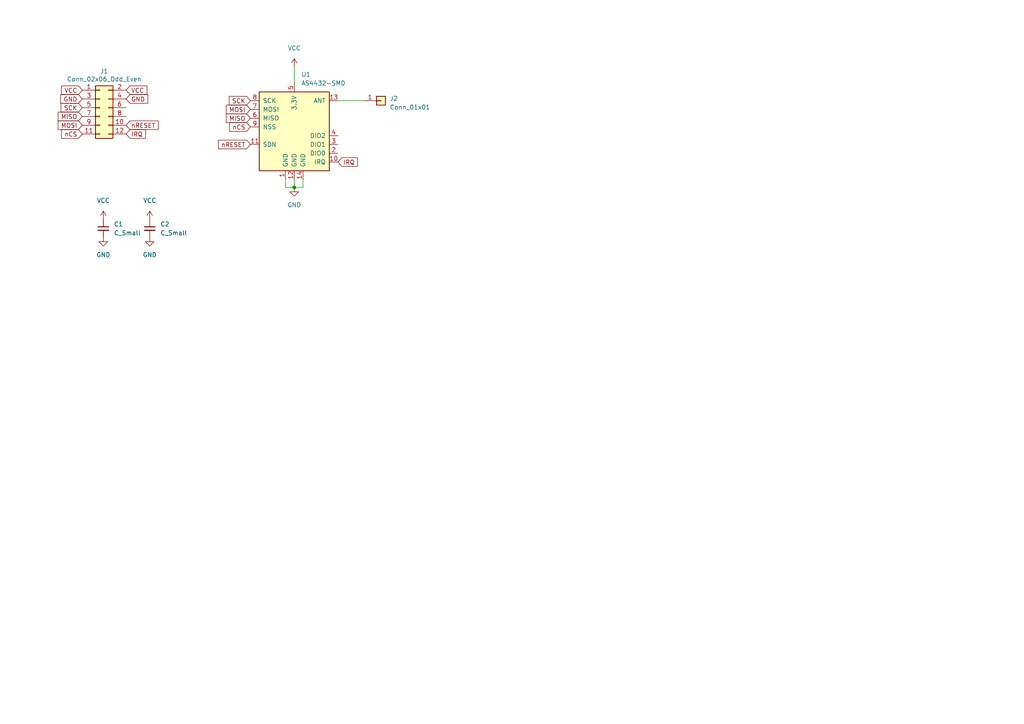
<source format=kicad_sch>
(kicad_sch (version 20230121) (generator eeschema)
  (paper "A4")
  (lib_symbols
    (symbol "AvS_Modules:AS4432-SMD" (pin_names (offset 1.016))
      (property "Reference" "U" (at -10.414 11.684 0))
      (property "Value" "AS4432-SMD" (at 1.524 11.43 0))
      (symbol "AS4432-SMD_0_1"
        (rectangle (start -10.16 10.16) (end 10.16 -12.7) (stroke (width 0.254)) (fill (type background)))
      )
      (symbol "AS4432-SMD_1_1"
        (pin power_in line (at -2.54 -15.24 90) (length 2.54) (name "GND") (number "1"))
        (pin input line (at 12.7 -10.16 180) (length 2.54) (name "IRQ") (number "10"))
        (pin bidirectional line (at -12.7 -5.08 0) (length 2.54) (name "SDN") (number "11"))
        (pin power_in line (at 0 -15.24 90) (length 2.54) (name "GND") (number "12"))
        (pin bidirectional line (at 12.7 7.62 180) (length 2.54) (name "ANT") (number "13"))
        (pin power_in line (at 2.54 -15.24 90) (length 2.54) (name "GND") (number "14"))
        (pin bidirectional line (at 12.7 -7.62 180) (length 2.54) (name "DIO0") (number "2"))
        (pin bidirectional line (at 12.7 -5.08 180) (length 2.54) (name "DIO1") (number "3"))
        (pin bidirectional line (at 12.7 -2.54 180) (length 2.54) (name "DIO2") (number "4"))
        (pin power_in line (at 0 12.7 270) (length 2.54) (name "3.3V") (number "5"))
        (pin output line (at -12.7 2.54 0) (length 2.54) (name "MISO") (number "6"))
        (pin input line (at -12.7 5.08 0) (length 2.54) (name "MOSI") (number "7"))
        (pin input line (at -12.7 7.62 0) (length 2.54) (name "SCK") (number "8"))
        (pin input line (at -12.7 0 0) (length 2.54) (name "NSS") (number "9"))
      )
    )
    (symbol "Connector_Generic:Conn_01x01" (pin_names (offset 1.016) hide)
      (property "Reference" "J" (at 0 2.54 0))
      (property "Value" "Conn_01x01" (at 0 -2.54 0))
      (symbol "Conn_01x01_1_1"
        (rectangle (start -1.27 0.127) (end 0 -0.127) (stroke (width 0.1524)))
        (rectangle (start -1.27 1.27) (end 1.27 -1.27) (stroke (width 0.254)) (fill (type background)))
        (pin passive line (at -5.08 0 0) (length 3.81) (name "Pin_1") (number "1"))
      )
    )
    (symbol "Connector_Generic:Conn_02x06_Odd_Even" (pin_names (offset 1.016) hide)
      (property "Reference" "J" (at 1.27 7.62 0))
      (property "Value" "Conn_02x06_Odd_Even" (at 1.27 -10.16 0))
      (symbol "Conn_02x06_Odd_Even_1_1"
        (rectangle (start -1.27 -7.493) (end 0 -7.747) (stroke (width 0.1524)))
        (rectangle (start -1.27 -4.953) (end 0 -5.207) (stroke (width 0.1524)))
        (rectangle (start -1.27 -2.413) (end 0 -2.667) (stroke (width 0.1524)))
        (rectangle (start -1.27 0.127) (end 0 -0.127) (stroke (width 0.1524)))
        (rectangle (start -1.27 2.667) (end 0 2.413) (stroke (width 0.1524)))
        (rectangle (start -1.27 5.207) (end 0 4.953) (stroke (width 0.1524)))
        (rectangle (start -1.27 6.35) (end 3.81 -8.89) (stroke (width 0.254)) (fill (type background)))
        (rectangle (start 3.81 -7.493) (end 2.54 -7.747) (stroke (width 0.1524)))
        (rectangle (start 3.81 -4.953) (end 2.54 -5.207) (stroke (width 0.1524)))
        (rectangle (start 3.81 -2.413) (end 2.54 -2.667) (stroke (width 0.1524)))
        (rectangle (start 3.81 0.127) (end 2.54 -0.127) (stroke (width 0.1524)))
        (rectangle (start 3.81 2.667) (end 2.54 2.413) (stroke (width 0.1524)))
        (rectangle (start 3.81 5.207) (end 2.54 4.953) (stroke (width 0.1524)))
        (pin passive line (at -5.08 5.08 0) (length 3.81) (name "Pin_1") (number "1"))
        (pin passive line (at 7.62 -5.08 180) (length 3.81) (name "Pin_10") (number "10"))
        (pin passive line (at -5.08 -7.62 0) (length 3.81) (name "Pin_11") (number "11"))
        (pin passive line (at 7.62 -7.62 180) (length 3.81) (name "Pin_12") (number "12"))
        (pin passive line (at 7.62 5.08 180) (length 3.81) (name "Pin_2") (number "2"))
        (pin passive line (at -5.08 2.54 0) (length 3.81) (name "Pin_3") (number "3"))
        (pin passive line (at 7.62 2.54 180) (length 3.81) (name "Pin_4") (number "4"))
        (pin passive line (at -5.08 0 0) (length 3.81) (name "Pin_5") (number "5"))
        (pin passive line (at 7.62 0 180) (length 3.81) (name "Pin_6") (number "6"))
        (pin passive line (at -5.08 -2.54 0) (length 3.81) (name "Pin_7") (number "7"))
        (pin passive line (at 7.62 -2.54 180) (length 3.81) (name "Pin_8") (number "8"))
        (pin passive line (at -5.08 -5.08 0) (length 3.81) (name "Pin_9") (number "9"))
      )
    )
    (symbol "Device:C_Small" (pin_numbers hide) (pin_names (offset 0.254) hide)
      (property "Reference" "C" (at 0.254 1.778 0))
      (property "Value" "C_Small" (at 0.254 -2.032 0))
      (symbol "C_Small_0_1"
        (polyline (pts (xy -1.524 -0.508) (xy 1.524 -0.508)) (stroke (width 0.3302)))
        (polyline (pts (xy -1.524 0.508) (xy 1.524 0.508)) (stroke (width 0.3048)))
      )
      (symbol "C_Small_1_1"
        (pin passive line (at 0 2.54 270) (length 2.032) (name "~") (number "1"))
        (pin passive line (at 0 -2.54 90) (length 2.032) (name "~") (number "2"))
      )
    )
    (symbol "power:GND" (power) (pin_names (offset 0))
      (property "Value" "GND" (at 0 -3.81 0))
      (symbol "GND_0_1"
        (polyline (pts (xy 0 0) (xy 0 -1.27) (xy 1.27 -1.27) (xy 0 -2.54) (xy -1.27 -1.27) (xy 0 -1.27)))
      )
      (symbol "GND_1_1"
        (pin power_in line (at 0 0 270) (length 0) hide (name "GND") (number "1"))
      )
    )
    (symbol "power:VCC" (power) (pin_names (offset 0))
      (property "Value" "VCC" (at 0 3.81 0))
      (symbol "VCC_0_1"
        (polyline (pts (xy -0.762 1.27) (xy 0 2.54)))
        (polyline (pts (xy 0 0) (xy 0 2.54)))
        (polyline (pts (xy 0 2.54) (xy 0.762 1.27)))
      )
      (symbol "VCC_1_1"
        (pin power_in line (at 0 0 90) (length 0) hide (name "VCC") (number "1"))
      )
    )
  )
  (junction (at 85.344 54.356))
  (wire (pts (xy 87.884 52.07) (xy 87.884 54.356)))
  (wire (pts (xy 85.344 54.356) (xy 87.884 54.356)))
  (wire (pts (xy 98.044 29.21) (xy 105.41 29.21)))
  (wire (pts (xy 85.344 19.558) (xy 85.344 24.13)))
  (wire (pts (xy 85.344 54.356) (xy 82.804 54.356)))
  (wire (pts (xy 85.344 54.356) (xy 85.344 52.07)))
  (wire (pts (xy 82.804 52.07) (xy 82.804 54.356)))
  (global_label "nRESET" (shape input) (at 72.644 41.91 180) (property "Intersheetrefs" "${INTERSHEET_REFS}" (effects hide)) (property "Intersheet-verwijzingen" "${INTERSHEET_REFS}" (effects hide)))
  (global_label "MISO" (shape input) (at 23.876 33.782 180) (property "Intersheetrefs" "${INTERSHEET_REFS}" (effects hide)) (property "Intersheet-verwijzingen" "${INTERSHEET_REFS}" (effects hide)))
  (global_label "GND" (shape input) (at 36.576 28.702 0) (property "Intersheetrefs" "${INTERSHEET_REFS}" (effects hide)) (property "Intersheet-verwijzingen" "${INTERSHEET_REFS}" (effects hide)))
  (global_label "VCC" (shape input) (at 23.876 26.162 180) (property "Intersheetrefs" "${INTERSHEET_REFS}" (effects hide)) (property "Intersheet-verwijzingen" "${INTERSHEET_REFS}" (effects hide)))
  (global_label "nCS" (shape input) (at 72.644 36.83 180) (property "Intersheetrefs" "${INTERSHEET_REFS}" (effects hide)) (property "Intersheet-verwijzingen" "${INTERSHEET_REFS}" (effects hide)))
  (global_label "GND" (shape input) (at 23.876 28.702 180) (property "Intersheetrefs" "${INTERSHEET_REFS}" (effects hide)) (property "Intersheet-verwijzingen" "${INTERSHEET_REFS}" (effects hide)))
  (global_label "SCK" (shape input) (at 23.876 31.242 180) (property "Intersheetrefs" "${INTERSHEET_REFS}" (effects hide)) (property "Intersheet-verwijzingen" "${INTERSHEET_REFS}" (effects hide)))
  (global_label "nCS" (shape input) (at 23.876 38.862 180) (property "Intersheetrefs" "${INTERSHEET_REFS}" (effects hide)) (property "Intersheet-verwijzingen" "${INTERSHEET_REFS}" (effects hide)))
  (global_label "VCC" (shape input) (at 36.576 26.162 0) (property "Intersheetrefs" "${INTERSHEET_REFS}" (effects hide)) (property "Intersheet-verwijzingen" "${INTERSHEET_REFS}" (effects hide)))
  (global_label "IRQ" (shape input) (at 98.044 46.99 0) (property "Intersheetrefs" "${INTERSHEET_REFS}" (effects hide)) (property "Intersheet-verwijzingen" "${INTERSHEET_REFS}" (effects hide)))
  (global_label "IRQ" (shape input) (at 36.576 38.862 0) (property "Intersheetrefs" "${INTERSHEET_REFS}" (effects hide)) (property "Intersheet-verwijzingen" "${INTERSHEET_REFS}" (effects hide)))
  (global_label "MISO" (shape input) (at 72.644 34.29 180) (property "Intersheetrefs" "${INTERSHEET_REFS}" (effects hide)) (property "Intersheet-verwijzingen" "${INTERSHEET_REFS}" (effects hide)))
  (global_label "MOSI" (shape input) (at 72.644 31.75 180) (property "Intersheetrefs" "${INTERSHEET_REFS}" (effects hide)) (property "Intersheet-verwijzingen" "${INTERSHEET_REFS}" (effects hide)))
  (global_label "nRESET" (shape input) (at 36.576 36.322 0) (property "Intersheetrefs" "${INTERSHEET_REFS}" (effects hide)) (property "Intersheet-verwijzingen" "${INTERSHEET_REFS}" (effects hide)))
  (global_label "SCK" (shape input) (at 72.644 29.21 180) (property "Intersheetrefs" "${INTERSHEET_REFS}" (effects hide)) (property "Intersheet-verwijzingen" "${INTERSHEET_REFS}" (effects hide)))
  (global_label "MOSI" (shape input) (at 23.876 36.322 180) (property "Intersheetrefs" "${INTERSHEET_REFS}" (effects hide)) (property "Intersheet-verwijzingen" "${INTERSHEET_REFS}" (effects hide)))
  (symbol (lib_id "Connector_Generic:Conn_02x06_Odd_Even") (at 28.956 31.242 0) (unit 1)
    (property "Reference" "J1" (at 30.226 20.6502 0))
    (property "Value" "Conn_02x06_Odd_Even" (at 30.226 22.9616 0))
    (property "Footprint" "Connector_PinHeader_2.54mm:PinHeader_2x06_P2.54mm_Horizontal" (effects hide))
  )
  (symbol (lib_id "power:GND") (at 43.434 68.834 0) (unit 1)
    (property "Reference" "#PWR04" (effects hide))
    (property "Value" "GND" (at 43.434 73.914 0))
  )
  (symbol (lib_id "Connector_Generic:Conn_01x01") (at 110.49 29.21 0) (unit 1)
    (property "Reference" "J2" (at 113.03 28.575 0) (effects (justify left)))
    (property "Value" "Conn_01x01" (at 113.03 31.115 0) (effects (justify left)))
    (property "Footprint" "Connector_PinHeader_2.54mm:PinHeader_1x01_P2.54mm_Vertical" (effects hide))
  )
  (symbol (lib_id "power:GND") (at 29.972 68.834 0) (unit 1)
    (property "Reference" "#PWR02" (effects hide))
    (property "Value" "GND" (at 29.972 73.914 0))
  )
  (symbol (lib_id "power:GND") (at 85.344 54.356 0) (unit 1)
    (property "Reference" "#PWR06" (effects hide))
    (property "Value" "GND" (at 85.344 59.436 0))
  )
  (symbol (lib_id "Device:C_Small") (at 29.972 66.294 0) (unit 1)
    (property "Reference" "C1" (at 33.02 65.0302 0) (effects (justify left)))
    (property "Value" "C_Small" (at 33.02 67.5702 0) (effects (justify left)))
    (property "Footprint" "Capacitor_SMD:C_0805_2012Metric_Pad1.18x1.45mm_HandSolder" (effects hide))
  )
  (symbol (lib_id "power:VCC") (at 85.344 19.558 0) (unit 1)
    (property "Reference" "#PWR05" (effects hide))
    (property "Value" "VCC" (at 85.344 13.97 0))
  )
  (symbol (lib_id "AvS_Modules:AS4432-SMD") (at 85.344 36.83 0) (unit 1)
    (property "Reference" "U1" (at 87.3634 21.59 0) (effects (justify left)))
    (property "Value" "AS4432-SMD" (at 87.3634 24.13 0) (effects (justify left)))
    (property "Footprint" "AvS_Modules:AS4432-SMD" (effects hide))
    (property "Datasheet" "https://datasheet.lcsc.com/lcsc/1807310932_Chengdu-Ashining-Tech-AS4432-SMD_C89187.pdf" (effects hide))
  )
  (symbol (lib_id "power:VCC") (at 43.434 63.754 0) (unit 1)
    (property "Reference" "#PWR03" (effects hide))
    (property "Value" "VCC" (at 43.434 58.166 0))
  )
  (symbol (lib_id "power:VCC") (at 29.972 63.754 0) (unit 1)
    (property "Reference" "#PWR01" (effects hide))
    (property "Value" "VCC" (at 29.972 58.166 0))
  )
  (symbol (lib_id "Device:C_Small") (at 43.434 66.294 0) (unit 1)
    (property "Reference" "C2" (at 46.482 65.0302 0) (effects (justify left)))
    (property "Value" "C_Small" (at 46.482 67.5702 0) (effects (justify left)))
    (property "Footprint" "Capacitor_SMD:C_0805_2012Metric_Pad1.18x1.45mm_HandSolder" (effects hide))
  )
)
</source>
